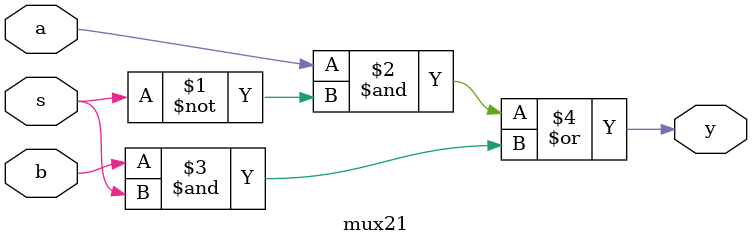
<source format=v>
module mux21 (y, a, b, s);
  input a, b, s;
  output y;

  assign y = a & ~s | b & s;

endmodule
</source>
